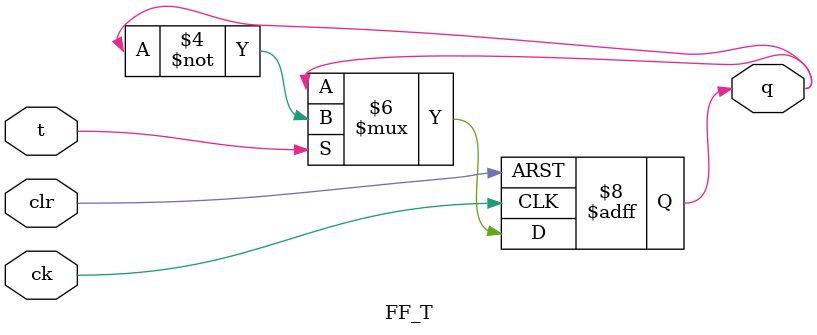
<source format=v>

module FF_T (q, t, clr, ck);

	input t,clr,ck;
	output reg q;
	
	always @(negedge ck or negedge clr)
	begin 
		if(clr==0) q=0;
		else if(t==0) q=q;
			else q=~q;
	end
endmodule
	

</source>
